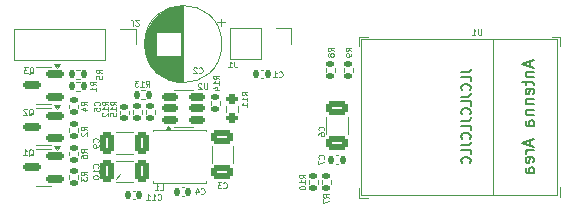
<source format=gbr>
%TF.GenerationSoftware,KiCad,Pcbnew,8.0.6*%
%TF.CreationDate,2024-11-27T12:45:58+01:00*%
%TF.ProjectId,Caffeinated-AFTONSPARV,43616666-6569-46e6-9174-65642d414654,rev?*%
%TF.SameCoordinates,Original*%
%TF.FileFunction,Legend,Bot*%
%TF.FilePolarity,Positive*%
%FSLAX46Y46*%
G04 Gerber Fmt 4.6, Leading zero omitted, Abs format (unit mm)*
G04 Created by KiCad (PCBNEW 8.0.6) date 2024-11-27 12:45:58*
%MOMM*%
%LPD*%
G01*
G04 APERTURE LIST*
G04 Aperture macros list*
%AMRoundRect*
0 Rectangle with rounded corners*
0 $1 Rounding radius*
0 $2 $3 $4 $5 $6 $7 $8 $9 X,Y pos of 4 corners*
0 Add a 4 corners polygon primitive as box body*
4,1,4,$2,$3,$4,$5,$6,$7,$8,$9,$2,$3,0*
0 Add four circle primitives for the rounded corners*
1,1,$1+$1,$2,$3*
1,1,$1+$1,$4,$5*
1,1,$1+$1,$6,$7*
1,1,$1+$1,$8,$9*
0 Add four rect primitives between the rounded corners*
20,1,$1+$1,$2,$3,$4,$5,0*
20,1,$1+$1,$4,$5,$6,$7,0*
20,1,$1+$1,$6,$7,$8,$9,0*
20,1,$1+$1,$8,$9,$2,$3,0*%
%AMFreePoly0*
4,1,6,0.725000,-0.725000,-0.125000,-0.725000,-0.725000,-0.125000,-0.725000,0.725000,0.725000,0.725000,0.725000,-0.725000,0.725000,-0.725000,$1*%
G04 Aperture macros list end*
%ADD10C,0.100000*%
%ADD11C,0.150000*%
%ADD12C,0.120000*%
%ADD13R,0.850000X0.850000*%
%ADD14O,0.850000X0.850000*%
%ADD15C,0.990600*%
%ADD16RoundRect,0.250000X0.325000X0.650000X-0.325000X0.650000X-0.325000X-0.650000X0.325000X-0.650000X0*%
%ADD17RoundRect,0.150000X0.587500X0.150000X-0.587500X0.150000X-0.587500X-0.150000X0.587500X-0.150000X0*%
%ADD18RoundRect,0.135000X-0.185000X0.135000X-0.185000X-0.135000X0.185000X-0.135000X0.185000X0.135000X0*%
%ADD19RoundRect,0.140000X-0.170000X0.140000X-0.170000X-0.140000X0.170000X-0.140000X0.170000X0.140000X0*%
%ADD20RoundRect,0.135000X-0.135000X-0.185000X0.135000X-0.185000X0.135000X0.185000X-0.135000X0.185000X0*%
%ADD21R,1.700000X1.700000*%
%ADD22O,1.700000X1.700000*%
%ADD23R,0.400000X0.800000*%
%ADD24R,0.800000X0.400000*%
%ADD25R,1.450000X1.450000*%
%ADD26FreePoly0,90.000000*%
%ADD27R,0.700000X0.700000*%
%ADD28RoundRect,0.250000X0.650000X-0.325000X0.650000X0.325000X-0.650000X0.325000X-0.650000X-0.325000X0*%
%ADD29RoundRect,0.140000X-0.140000X-0.170000X0.140000X-0.170000X0.140000X0.170000X-0.140000X0.170000X0*%
%ADD30RoundRect,0.135000X0.135000X0.185000X-0.135000X0.185000X-0.135000X-0.185000X0.135000X-0.185000X0*%
%ADD31RoundRect,0.200000X-0.275000X0.200000X-0.275000X-0.200000X0.275000X-0.200000X0.275000X0.200000X0*%
%ADD32R,1.100000X3.700000*%
%ADD33RoundRect,0.135000X0.185000X-0.135000X0.185000X0.135000X-0.185000X0.135000X-0.185000X-0.135000X0*%
%ADD34RoundRect,0.140000X0.140000X0.170000X-0.140000X0.170000X-0.140000X-0.170000X0.140000X-0.170000X0*%
%ADD35RoundRect,0.250000X-0.650000X0.325000X-0.650000X-0.325000X0.650000X-0.325000X0.650000X0.325000X0*%
%ADD36RoundRect,0.150000X-0.512500X-0.150000X0.512500X-0.150000X0.512500X0.150000X-0.512500X0.150000X0*%
%ADD37R,1.600000X1.600000*%
%ADD38C,1.600000*%
G04 APERTURE END LIST*
D10*
X9027500Y2893126D02*
X9372500Y3306874D01*
D11*
X38262295Y11895239D02*
X38833723Y11895239D01*
X38833723Y11895239D02*
X38948009Y11933334D01*
X38948009Y11933334D02*
X39024200Y12009525D01*
X39024200Y12009525D02*
X39062295Y12123810D01*
X39062295Y12123810D02*
X39062295Y12200001D01*
X39062295Y11133334D02*
X39062295Y11514286D01*
X39062295Y11514286D02*
X38262295Y11514286D01*
X38986104Y10409524D02*
X39024200Y10447620D01*
X39024200Y10447620D02*
X39062295Y10561905D01*
X39062295Y10561905D02*
X39062295Y10638096D01*
X39062295Y10638096D02*
X39024200Y10752382D01*
X39024200Y10752382D02*
X38948009Y10828572D01*
X38948009Y10828572D02*
X38871819Y10866667D01*
X38871819Y10866667D02*
X38719438Y10904763D01*
X38719438Y10904763D02*
X38605152Y10904763D01*
X38605152Y10904763D02*
X38452771Y10866667D01*
X38452771Y10866667D02*
X38376580Y10828572D01*
X38376580Y10828572D02*
X38300390Y10752382D01*
X38300390Y10752382D02*
X38262295Y10638096D01*
X38262295Y10638096D02*
X38262295Y10561905D01*
X38262295Y10561905D02*
X38300390Y10447620D01*
X38300390Y10447620D02*
X38338485Y10409524D01*
X38262295Y9838096D02*
X38833723Y9838096D01*
X38833723Y9838096D02*
X38948009Y9876191D01*
X38948009Y9876191D02*
X39024200Y9952382D01*
X39024200Y9952382D02*
X39062295Y10066667D01*
X39062295Y10066667D02*
X39062295Y10142858D01*
X39062295Y9076191D02*
X39062295Y9457143D01*
X39062295Y9457143D02*
X38262295Y9457143D01*
X38986104Y8352381D02*
X39024200Y8390477D01*
X39024200Y8390477D02*
X39062295Y8504762D01*
X39062295Y8504762D02*
X39062295Y8580953D01*
X39062295Y8580953D02*
X39024200Y8695239D01*
X39024200Y8695239D02*
X38948009Y8771429D01*
X38948009Y8771429D02*
X38871819Y8809524D01*
X38871819Y8809524D02*
X38719438Y8847620D01*
X38719438Y8847620D02*
X38605152Y8847620D01*
X38605152Y8847620D02*
X38452771Y8809524D01*
X38452771Y8809524D02*
X38376580Y8771429D01*
X38376580Y8771429D02*
X38300390Y8695239D01*
X38300390Y8695239D02*
X38262295Y8580953D01*
X38262295Y8580953D02*
X38262295Y8504762D01*
X38262295Y8504762D02*
X38300390Y8390477D01*
X38300390Y8390477D02*
X38338485Y8352381D01*
X38262295Y7780953D02*
X38833723Y7780953D01*
X38833723Y7780953D02*
X38948009Y7819048D01*
X38948009Y7819048D02*
X39024200Y7895239D01*
X39024200Y7895239D02*
X39062295Y8009524D01*
X39062295Y8009524D02*
X39062295Y8085715D01*
X39062295Y7019048D02*
X39062295Y7400000D01*
X39062295Y7400000D02*
X38262295Y7400000D01*
X38986104Y6295238D02*
X39024200Y6333334D01*
X39024200Y6333334D02*
X39062295Y6447619D01*
X39062295Y6447619D02*
X39062295Y6523810D01*
X39062295Y6523810D02*
X39024200Y6638096D01*
X39024200Y6638096D02*
X38948009Y6714286D01*
X38948009Y6714286D02*
X38871819Y6752381D01*
X38871819Y6752381D02*
X38719438Y6790477D01*
X38719438Y6790477D02*
X38605152Y6790477D01*
X38605152Y6790477D02*
X38452771Y6752381D01*
X38452771Y6752381D02*
X38376580Y6714286D01*
X38376580Y6714286D02*
X38300390Y6638096D01*
X38300390Y6638096D02*
X38262295Y6523810D01*
X38262295Y6523810D02*
X38262295Y6447619D01*
X38262295Y6447619D02*
X38300390Y6333334D01*
X38300390Y6333334D02*
X38338485Y6295238D01*
X38262295Y5723810D02*
X38833723Y5723810D01*
X38833723Y5723810D02*
X38948009Y5761905D01*
X38948009Y5761905D02*
X39024200Y5838096D01*
X39024200Y5838096D02*
X39062295Y5952381D01*
X39062295Y5952381D02*
X39062295Y6028572D01*
X39062295Y4961905D02*
X39062295Y5342857D01*
X39062295Y5342857D02*
X38262295Y5342857D01*
X38986104Y4238095D02*
X39024200Y4276191D01*
X39024200Y4276191D02*
X39062295Y4390476D01*
X39062295Y4390476D02*
X39062295Y4466667D01*
X39062295Y4466667D02*
X39024200Y4580953D01*
X39024200Y4580953D02*
X38948009Y4657143D01*
X38948009Y4657143D02*
X38871819Y4695238D01*
X38871819Y4695238D02*
X38719438Y4733334D01*
X38719438Y4733334D02*
X38605152Y4733334D01*
X38605152Y4733334D02*
X38452771Y4695238D01*
X38452771Y4695238D02*
X38376580Y4657143D01*
X38376580Y4657143D02*
X38300390Y4580953D01*
X38300390Y4580953D02*
X38262295Y4466667D01*
X38262295Y4466667D02*
X38262295Y4390476D01*
X38262295Y4390476D02*
X38300390Y4276191D01*
X38300390Y4276191D02*
X38338485Y4238095D01*
D10*
X7528490Y6008334D02*
X7552300Y6032143D01*
X7552300Y6032143D02*
X7576109Y6103572D01*
X7576109Y6103572D02*
X7576109Y6151191D01*
X7576109Y6151191D02*
X7552300Y6222619D01*
X7552300Y6222619D02*
X7504680Y6270238D01*
X7504680Y6270238D02*
X7457061Y6294048D01*
X7457061Y6294048D02*
X7361823Y6317857D01*
X7361823Y6317857D02*
X7290395Y6317857D01*
X7290395Y6317857D02*
X7195157Y6294048D01*
X7195157Y6294048D02*
X7147538Y6270238D01*
X7147538Y6270238D02*
X7099919Y6222619D01*
X7099919Y6222619D02*
X7076109Y6151191D01*
X7076109Y6151191D02*
X7076109Y6103572D01*
X7076109Y6103572D02*
X7099919Y6032143D01*
X7099919Y6032143D02*
X7123728Y6008334D01*
X7576109Y5770238D02*
X7576109Y5675000D01*
X7576109Y5675000D02*
X7552300Y5627381D01*
X7552300Y5627381D02*
X7528490Y5603572D01*
X7528490Y5603572D02*
X7457061Y5555953D01*
X7457061Y5555953D02*
X7361823Y5532143D01*
X7361823Y5532143D02*
X7171347Y5532143D01*
X7171347Y5532143D02*
X7123728Y5555953D01*
X7123728Y5555953D02*
X7099919Y5579762D01*
X7099919Y5579762D02*
X7076109Y5627381D01*
X7076109Y5627381D02*
X7076109Y5722619D01*
X7076109Y5722619D02*
X7099919Y5770238D01*
X7099919Y5770238D02*
X7123728Y5794048D01*
X7123728Y5794048D02*
X7171347Y5817857D01*
X7171347Y5817857D02*
X7290395Y5817857D01*
X7290395Y5817857D02*
X7338014Y5794048D01*
X7338014Y5794048D02*
X7361823Y5770238D01*
X7361823Y5770238D02*
X7385633Y5722619D01*
X7385633Y5722619D02*
X7385633Y5627381D01*
X7385633Y5627381D02*
X7361823Y5579762D01*
X7361823Y5579762D02*
X7338014Y5555953D01*
X7338014Y5555953D02*
X7290395Y5532143D01*
X1647619Y8276272D02*
X1695238Y8300081D01*
X1695238Y8300081D02*
X1742857Y8347700D01*
X1742857Y8347700D02*
X1814285Y8419129D01*
X1814285Y8419129D02*
X1861904Y8442939D01*
X1861904Y8442939D02*
X1909523Y8442939D01*
X1885714Y8323891D02*
X1933333Y8347700D01*
X1933333Y8347700D02*
X1980952Y8395320D01*
X1980952Y8395320D02*
X2004761Y8490558D01*
X2004761Y8490558D02*
X2004761Y8657224D01*
X2004761Y8657224D02*
X1980952Y8752462D01*
X1980952Y8752462D02*
X1933333Y8800081D01*
X1933333Y8800081D02*
X1885714Y8823891D01*
X1885714Y8823891D02*
X1790476Y8823891D01*
X1790476Y8823891D02*
X1742857Y8800081D01*
X1742857Y8800081D02*
X1695238Y8752462D01*
X1695238Y8752462D02*
X1671428Y8657224D01*
X1671428Y8657224D02*
X1671428Y8490558D01*
X1671428Y8490558D02*
X1695238Y8395320D01*
X1695238Y8395320D02*
X1742857Y8347700D01*
X1742857Y8347700D02*
X1790476Y8323891D01*
X1790476Y8323891D02*
X1885714Y8323891D01*
X1480951Y8776272D02*
X1457142Y8800081D01*
X1457142Y8800081D02*
X1409523Y8823891D01*
X1409523Y8823891D02*
X1290475Y8823891D01*
X1290475Y8823891D02*
X1242856Y8800081D01*
X1242856Y8800081D02*
X1219047Y8776272D01*
X1219047Y8776272D02*
X1195237Y8728653D01*
X1195237Y8728653D02*
X1195237Y8681034D01*
X1195237Y8681034D02*
X1219047Y8609605D01*
X1219047Y8609605D02*
X1504761Y8323891D01*
X1504761Y8323891D02*
X1195237Y8323891D01*
X27076109Y1308334D02*
X26838014Y1475000D01*
X27076109Y1594048D02*
X26576109Y1594048D01*
X26576109Y1594048D02*
X26576109Y1403572D01*
X26576109Y1403572D02*
X26599919Y1355953D01*
X26599919Y1355953D02*
X26623728Y1332143D01*
X26623728Y1332143D02*
X26671347Y1308334D01*
X26671347Y1308334D02*
X26742776Y1308334D01*
X26742776Y1308334D02*
X26790395Y1332143D01*
X26790395Y1332143D02*
X26814204Y1355953D01*
X26814204Y1355953D02*
X26838014Y1403572D01*
X26838014Y1403572D02*
X26838014Y1594048D01*
X26576109Y1141667D02*
X26576109Y808334D01*
X26576109Y808334D02*
X27076109Y1022619D01*
X7628490Y9108334D02*
X7652300Y9132143D01*
X7652300Y9132143D02*
X7676109Y9203572D01*
X7676109Y9203572D02*
X7676109Y9251191D01*
X7676109Y9251191D02*
X7652300Y9322619D01*
X7652300Y9322619D02*
X7604680Y9370238D01*
X7604680Y9370238D02*
X7557061Y9394048D01*
X7557061Y9394048D02*
X7461823Y9417857D01*
X7461823Y9417857D02*
X7390395Y9417857D01*
X7390395Y9417857D02*
X7295157Y9394048D01*
X7295157Y9394048D02*
X7247538Y9370238D01*
X7247538Y9370238D02*
X7199919Y9322619D01*
X7199919Y9322619D02*
X7176109Y9251191D01*
X7176109Y9251191D02*
X7176109Y9203572D01*
X7176109Y9203572D02*
X7199919Y9132143D01*
X7199919Y9132143D02*
X7223728Y9108334D01*
X7176109Y8655953D02*
X7176109Y8894048D01*
X7176109Y8894048D02*
X7414204Y8917857D01*
X7414204Y8917857D02*
X7390395Y8894048D01*
X7390395Y8894048D02*
X7366585Y8846429D01*
X7366585Y8846429D02*
X7366585Y8727381D01*
X7366585Y8727381D02*
X7390395Y8679762D01*
X7390395Y8679762D02*
X7414204Y8655953D01*
X7414204Y8655953D02*
X7461823Y8632143D01*
X7461823Y8632143D02*
X7580871Y8632143D01*
X7580871Y8632143D02*
X7628490Y8655953D01*
X7628490Y8655953D02*
X7652300Y8679762D01*
X7652300Y8679762D02*
X7676109Y8727381D01*
X7676109Y8727381D02*
X7676109Y8846429D01*
X7676109Y8846429D02*
X7652300Y8894048D01*
X7652300Y8894048D02*
X7628490Y8917857D01*
X11571428Y10698891D02*
X11738094Y10936986D01*
X11857142Y10698891D02*
X11857142Y11198891D01*
X11857142Y11198891D02*
X11666666Y11198891D01*
X11666666Y11198891D02*
X11619047Y11175081D01*
X11619047Y11175081D02*
X11595237Y11151272D01*
X11595237Y11151272D02*
X11571428Y11103653D01*
X11571428Y11103653D02*
X11571428Y11032224D01*
X11571428Y11032224D02*
X11595237Y10984605D01*
X11595237Y10984605D02*
X11619047Y10960796D01*
X11619047Y10960796D02*
X11666666Y10936986D01*
X11666666Y10936986D02*
X11857142Y10936986D01*
X11095237Y10698891D02*
X11380951Y10698891D01*
X11238094Y10698891D02*
X11238094Y11198891D01*
X11238094Y11198891D02*
X11285713Y11127462D01*
X11285713Y11127462D02*
X11333332Y11079843D01*
X11333332Y11079843D02*
X11380951Y11056034D01*
X10928571Y11198891D02*
X10619047Y11198891D01*
X10619047Y11198891D02*
X10785714Y11008415D01*
X10785714Y11008415D02*
X10714285Y11008415D01*
X10714285Y11008415D02*
X10666666Y10984605D01*
X10666666Y10984605D02*
X10642857Y10960796D01*
X10642857Y10960796D02*
X10619047Y10913177D01*
X10619047Y10913177D02*
X10619047Y10794129D01*
X10619047Y10794129D02*
X10642857Y10746510D01*
X10642857Y10746510D02*
X10666666Y10722700D01*
X10666666Y10722700D02*
X10714285Y10698891D01*
X10714285Y10698891D02*
X10857142Y10698891D01*
X10857142Y10698891D02*
X10904761Y10722700D01*
X10904761Y10722700D02*
X10928571Y10746510D01*
X10473333Y15826110D02*
X10473333Y16183253D01*
X10473333Y16183253D02*
X10449524Y16254681D01*
X10449524Y16254681D02*
X10401905Y16302300D01*
X10401905Y16302300D02*
X10330476Y16326110D01*
X10330476Y16326110D02*
X10282857Y16326110D01*
X10687619Y15873729D02*
X10711428Y15849920D01*
X10711428Y15849920D02*
X10759047Y15826110D01*
X10759047Y15826110D02*
X10878095Y15826110D01*
X10878095Y15826110D02*
X10925714Y15849920D01*
X10925714Y15849920D02*
X10949523Y15873729D01*
X10949523Y15873729D02*
X10973333Y15921348D01*
X10973333Y15921348D02*
X10973333Y15968967D01*
X10973333Y15968967D02*
X10949523Y16040396D01*
X10949523Y16040396D02*
X10663809Y16326110D01*
X10663809Y16326110D02*
X10973333Y16326110D01*
X39980952Y15573891D02*
X39980952Y15169129D01*
X39980952Y15169129D02*
X39957142Y15121510D01*
X39957142Y15121510D02*
X39933333Y15097700D01*
X39933333Y15097700D02*
X39885714Y15073891D01*
X39885714Y15073891D02*
X39790476Y15073891D01*
X39790476Y15073891D02*
X39742857Y15097700D01*
X39742857Y15097700D02*
X39719047Y15121510D01*
X39719047Y15121510D02*
X39695238Y15169129D01*
X39695238Y15169129D02*
X39695238Y15573891D01*
X39195237Y15073891D02*
X39480951Y15073891D01*
X39338094Y15073891D02*
X39338094Y15573891D01*
X39338094Y15573891D02*
X39385713Y15502462D01*
X39385713Y15502462D02*
X39433332Y15454843D01*
X39433332Y15454843D02*
X39480951Y15431034D01*
D11*
X44119104Y12861906D02*
X44119104Y12385716D01*
X44404819Y12957144D02*
X43404819Y12623811D01*
X43404819Y12623811D02*
X44404819Y12290478D01*
X43738152Y11957144D02*
X44404819Y11957144D01*
X43833390Y11957144D02*
X43785771Y11909525D01*
X43785771Y11909525D02*
X43738152Y11814287D01*
X43738152Y11814287D02*
X43738152Y11671430D01*
X43738152Y11671430D02*
X43785771Y11576192D01*
X43785771Y11576192D02*
X43881009Y11528573D01*
X43881009Y11528573D02*
X44404819Y11528573D01*
X43738152Y11195239D02*
X43738152Y10814287D01*
X43404819Y11052382D02*
X44261961Y11052382D01*
X44261961Y11052382D02*
X44357200Y11004763D01*
X44357200Y11004763D02*
X44404819Y10909525D01*
X44404819Y10909525D02*
X44404819Y10814287D01*
X44357200Y10100001D02*
X44404819Y10195239D01*
X44404819Y10195239D02*
X44404819Y10385715D01*
X44404819Y10385715D02*
X44357200Y10480953D01*
X44357200Y10480953D02*
X44261961Y10528572D01*
X44261961Y10528572D02*
X43881009Y10528572D01*
X43881009Y10528572D02*
X43785771Y10480953D01*
X43785771Y10480953D02*
X43738152Y10385715D01*
X43738152Y10385715D02*
X43738152Y10195239D01*
X43738152Y10195239D02*
X43785771Y10100001D01*
X43785771Y10100001D02*
X43881009Y10052382D01*
X43881009Y10052382D02*
X43976247Y10052382D01*
X43976247Y10052382D02*
X44071485Y10528572D01*
X43738152Y9623810D02*
X44404819Y9623810D01*
X43833390Y9623810D02*
X43785771Y9576191D01*
X43785771Y9576191D02*
X43738152Y9480953D01*
X43738152Y9480953D02*
X43738152Y9338096D01*
X43738152Y9338096D02*
X43785771Y9242858D01*
X43785771Y9242858D02*
X43881009Y9195239D01*
X43881009Y9195239D02*
X44404819Y9195239D01*
X43738152Y8719048D02*
X44404819Y8719048D01*
X43833390Y8719048D02*
X43785771Y8671429D01*
X43785771Y8671429D02*
X43738152Y8576191D01*
X43738152Y8576191D02*
X43738152Y8433334D01*
X43738152Y8433334D02*
X43785771Y8338096D01*
X43785771Y8338096D02*
X43881009Y8290477D01*
X43881009Y8290477D02*
X44404819Y8290477D01*
X44404819Y7385715D02*
X43881009Y7385715D01*
X43881009Y7385715D02*
X43785771Y7433334D01*
X43785771Y7433334D02*
X43738152Y7528572D01*
X43738152Y7528572D02*
X43738152Y7719048D01*
X43738152Y7719048D02*
X43785771Y7814286D01*
X44357200Y7385715D02*
X44404819Y7480953D01*
X44404819Y7480953D02*
X44404819Y7719048D01*
X44404819Y7719048D02*
X44357200Y7814286D01*
X44357200Y7814286D02*
X44261961Y7861905D01*
X44261961Y7861905D02*
X44166723Y7861905D01*
X44166723Y7861905D02*
X44071485Y7814286D01*
X44071485Y7814286D02*
X44023866Y7719048D01*
X44023866Y7719048D02*
X44023866Y7480953D01*
X44023866Y7480953D02*
X43976247Y7385715D01*
X44119104Y6195238D02*
X44119104Y5719048D01*
X44404819Y6290476D02*
X43404819Y5957143D01*
X43404819Y5957143D02*
X44404819Y5623810D01*
X44404819Y5290476D02*
X43738152Y5290476D01*
X43928628Y5290476D02*
X43833390Y5242857D01*
X43833390Y5242857D02*
X43785771Y5195238D01*
X43785771Y5195238D02*
X43738152Y5100000D01*
X43738152Y5100000D02*
X43738152Y5004762D01*
X44357200Y4290476D02*
X44404819Y4385714D01*
X44404819Y4385714D02*
X44404819Y4576190D01*
X44404819Y4576190D02*
X44357200Y4671428D01*
X44357200Y4671428D02*
X44261961Y4719047D01*
X44261961Y4719047D02*
X43881009Y4719047D01*
X43881009Y4719047D02*
X43785771Y4671428D01*
X43785771Y4671428D02*
X43738152Y4576190D01*
X43738152Y4576190D02*
X43738152Y4385714D01*
X43738152Y4385714D02*
X43785771Y4290476D01*
X43785771Y4290476D02*
X43881009Y4242857D01*
X43881009Y4242857D02*
X43976247Y4242857D01*
X43976247Y4242857D02*
X44071485Y4719047D01*
X44404819Y3385714D02*
X43881009Y3385714D01*
X43881009Y3385714D02*
X43785771Y3433333D01*
X43785771Y3433333D02*
X43738152Y3528571D01*
X43738152Y3528571D02*
X43738152Y3719047D01*
X43738152Y3719047D02*
X43785771Y3814285D01*
X44357200Y3385714D02*
X44404819Y3480952D01*
X44404819Y3480952D02*
X44404819Y3719047D01*
X44404819Y3719047D02*
X44357200Y3814285D01*
X44357200Y3814285D02*
X44261961Y3861904D01*
X44261961Y3861904D02*
X44166723Y3861904D01*
X44166723Y3861904D02*
X44071485Y3814285D01*
X44071485Y3814285D02*
X44023866Y3719047D01*
X44023866Y3719047D02*
X44023866Y3480952D01*
X44023866Y3480952D02*
X43976247Y3385714D01*
D10*
X27476109Y13708334D02*
X27238014Y13875000D01*
X27476109Y13994048D02*
X26976109Y13994048D01*
X26976109Y13994048D02*
X26976109Y13803572D01*
X26976109Y13803572D02*
X26999919Y13755953D01*
X26999919Y13755953D02*
X27023728Y13732143D01*
X27023728Y13732143D02*
X27071347Y13708334D01*
X27071347Y13708334D02*
X27142776Y13708334D01*
X27142776Y13708334D02*
X27190395Y13732143D01*
X27190395Y13732143D02*
X27214204Y13755953D01*
X27214204Y13755953D02*
X27238014Y13803572D01*
X27238014Y13803572D02*
X27238014Y13994048D01*
X27190395Y13422619D02*
X27166585Y13470238D01*
X27166585Y13470238D02*
X27142776Y13494048D01*
X27142776Y13494048D02*
X27095157Y13517857D01*
X27095157Y13517857D02*
X27071347Y13517857D01*
X27071347Y13517857D02*
X27023728Y13494048D01*
X27023728Y13494048D02*
X26999919Y13470238D01*
X26999919Y13470238D02*
X26976109Y13422619D01*
X26976109Y13422619D02*
X26976109Y13327381D01*
X26976109Y13327381D02*
X26999919Y13279762D01*
X26999919Y13279762D02*
X27023728Y13255953D01*
X27023728Y13255953D02*
X27071347Y13232143D01*
X27071347Y13232143D02*
X27095157Y13232143D01*
X27095157Y13232143D02*
X27142776Y13255953D01*
X27142776Y13255953D02*
X27166585Y13279762D01*
X27166585Y13279762D02*
X27190395Y13327381D01*
X27190395Y13327381D02*
X27190395Y13422619D01*
X27190395Y13422619D02*
X27214204Y13470238D01*
X27214204Y13470238D02*
X27238014Y13494048D01*
X27238014Y13494048D02*
X27285633Y13517857D01*
X27285633Y13517857D02*
X27380871Y13517857D01*
X27380871Y13517857D02*
X27428490Y13494048D01*
X27428490Y13494048D02*
X27452300Y13470238D01*
X27452300Y13470238D02*
X27476109Y13422619D01*
X27476109Y13422619D02*
X27476109Y13327381D01*
X27476109Y13327381D02*
X27452300Y13279762D01*
X27452300Y13279762D02*
X27428490Y13255953D01*
X27428490Y13255953D02*
X27380871Y13232143D01*
X27380871Y13232143D02*
X27285633Y13232143D01*
X27285633Y13232143D02*
X27238014Y13255953D01*
X27238014Y13255953D02*
X27214204Y13279762D01*
X27214204Y13279762D02*
X27190395Y13327381D01*
X6576109Y3208334D02*
X6338014Y3375000D01*
X6576109Y3494048D02*
X6076109Y3494048D01*
X6076109Y3494048D02*
X6076109Y3303572D01*
X6076109Y3303572D02*
X6099919Y3255953D01*
X6099919Y3255953D02*
X6123728Y3232143D01*
X6123728Y3232143D02*
X6171347Y3208334D01*
X6171347Y3208334D02*
X6242776Y3208334D01*
X6242776Y3208334D02*
X6290395Y3232143D01*
X6290395Y3232143D02*
X6314204Y3255953D01*
X6314204Y3255953D02*
X6338014Y3303572D01*
X6338014Y3303572D02*
X6338014Y3494048D01*
X6076109Y3041667D02*
X6076109Y2732143D01*
X6076109Y2732143D02*
X6266585Y2898810D01*
X6266585Y2898810D02*
X6266585Y2827381D01*
X6266585Y2827381D02*
X6290395Y2779762D01*
X6290395Y2779762D02*
X6314204Y2755953D01*
X6314204Y2755953D02*
X6361823Y2732143D01*
X6361823Y2732143D02*
X6480871Y2732143D01*
X6480871Y2732143D02*
X6528490Y2755953D01*
X6528490Y2755953D02*
X6552300Y2779762D01*
X6552300Y2779762D02*
X6576109Y2827381D01*
X6576109Y2827381D02*
X6576109Y2970238D01*
X6576109Y2970238D02*
X6552300Y3017857D01*
X6552300Y3017857D02*
X6528490Y3041667D01*
X26628490Y7008334D02*
X26652300Y7032143D01*
X26652300Y7032143D02*
X26676109Y7103572D01*
X26676109Y7103572D02*
X26676109Y7151191D01*
X26676109Y7151191D02*
X26652300Y7222619D01*
X26652300Y7222619D02*
X26604680Y7270238D01*
X26604680Y7270238D02*
X26557061Y7294048D01*
X26557061Y7294048D02*
X26461823Y7317857D01*
X26461823Y7317857D02*
X26390395Y7317857D01*
X26390395Y7317857D02*
X26295157Y7294048D01*
X26295157Y7294048D02*
X26247538Y7270238D01*
X26247538Y7270238D02*
X26199919Y7222619D01*
X26199919Y7222619D02*
X26176109Y7151191D01*
X26176109Y7151191D02*
X26176109Y7103572D01*
X26176109Y7103572D02*
X26199919Y7032143D01*
X26199919Y7032143D02*
X26223728Y7008334D01*
X26176109Y6579762D02*
X26176109Y6675000D01*
X26176109Y6675000D02*
X26199919Y6722619D01*
X26199919Y6722619D02*
X26223728Y6746429D01*
X26223728Y6746429D02*
X26295157Y6794048D01*
X26295157Y6794048D02*
X26390395Y6817857D01*
X26390395Y6817857D02*
X26580871Y6817857D01*
X26580871Y6817857D02*
X26628490Y6794048D01*
X26628490Y6794048D02*
X26652300Y6770238D01*
X26652300Y6770238D02*
X26676109Y6722619D01*
X26676109Y6722619D02*
X26676109Y6627381D01*
X26676109Y6627381D02*
X26652300Y6579762D01*
X26652300Y6579762D02*
X26628490Y6555953D01*
X26628490Y6555953D02*
X26580871Y6532143D01*
X26580871Y6532143D02*
X26461823Y6532143D01*
X26461823Y6532143D02*
X26414204Y6555953D01*
X26414204Y6555953D02*
X26390395Y6579762D01*
X26390395Y6579762D02*
X26366585Y6627381D01*
X26366585Y6627381D02*
X26366585Y6722619D01*
X26366585Y6722619D02*
X26390395Y6770238D01*
X26390395Y6770238D02*
X26414204Y6794048D01*
X26414204Y6794048D02*
X26461823Y6817857D01*
X28976109Y13708334D02*
X28738014Y13875000D01*
X28976109Y13994048D02*
X28476109Y13994048D01*
X28476109Y13994048D02*
X28476109Y13803572D01*
X28476109Y13803572D02*
X28499919Y13755953D01*
X28499919Y13755953D02*
X28523728Y13732143D01*
X28523728Y13732143D02*
X28571347Y13708334D01*
X28571347Y13708334D02*
X28642776Y13708334D01*
X28642776Y13708334D02*
X28690395Y13732143D01*
X28690395Y13732143D02*
X28714204Y13755953D01*
X28714204Y13755953D02*
X28738014Y13803572D01*
X28738014Y13803572D02*
X28738014Y13994048D01*
X28976109Y13470238D02*
X28976109Y13375000D01*
X28976109Y13375000D02*
X28952300Y13327381D01*
X28952300Y13327381D02*
X28928490Y13303572D01*
X28928490Y13303572D02*
X28857061Y13255953D01*
X28857061Y13255953D02*
X28761823Y13232143D01*
X28761823Y13232143D02*
X28571347Y13232143D01*
X28571347Y13232143D02*
X28523728Y13255953D01*
X28523728Y13255953D02*
X28499919Y13279762D01*
X28499919Y13279762D02*
X28476109Y13327381D01*
X28476109Y13327381D02*
X28476109Y13422619D01*
X28476109Y13422619D02*
X28499919Y13470238D01*
X28499919Y13470238D02*
X28523728Y13494048D01*
X28523728Y13494048D02*
X28571347Y13517857D01*
X28571347Y13517857D02*
X28690395Y13517857D01*
X28690395Y13517857D02*
X28738014Y13494048D01*
X28738014Y13494048D02*
X28761823Y13470238D01*
X28761823Y13470238D02*
X28785633Y13422619D01*
X28785633Y13422619D02*
X28785633Y13327381D01*
X28785633Y13327381D02*
X28761823Y13279762D01*
X28761823Y13279762D02*
X28738014Y13255953D01*
X28738014Y13255953D02*
X28690395Y13232143D01*
X26628490Y4608334D02*
X26652300Y4632143D01*
X26652300Y4632143D02*
X26676109Y4703572D01*
X26676109Y4703572D02*
X26676109Y4751191D01*
X26676109Y4751191D02*
X26652300Y4822619D01*
X26652300Y4822619D02*
X26604680Y4870238D01*
X26604680Y4870238D02*
X26557061Y4894048D01*
X26557061Y4894048D02*
X26461823Y4917857D01*
X26461823Y4917857D02*
X26390395Y4917857D01*
X26390395Y4917857D02*
X26295157Y4894048D01*
X26295157Y4894048D02*
X26247538Y4870238D01*
X26247538Y4870238D02*
X26199919Y4822619D01*
X26199919Y4822619D02*
X26176109Y4751191D01*
X26176109Y4751191D02*
X26176109Y4703572D01*
X26176109Y4703572D02*
X26199919Y4632143D01*
X26199919Y4632143D02*
X26223728Y4608334D01*
X26176109Y4441667D02*
X26176109Y4108334D01*
X26176109Y4108334D02*
X26676109Y4322619D01*
X7876109Y11808334D02*
X7638014Y11975000D01*
X7876109Y12094048D02*
X7376109Y12094048D01*
X7376109Y12094048D02*
X7376109Y11903572D01*
X7376109Y11903572D02*
X7399919Y11855953D01*
X7399919Y11855953D02*
X7423728Y11832143D01*
X7423728Y11832143D02*
X7471347Y11808334D01*
X7471347Y11808334D02*
X7542776Y11808334D01*
X7542776Y11808334D02*
X7590395Y11832143D01*
X7590395Y11832143D02*
X7614204Y11855953D01*
X7614204Y11855953D02*
X7638014Y11903572D01*
X7638014Y11903572D02*
X7638014Y12094048D01*
X7376109Y11355953D02*
X7376109Y11594048D01*
X7376109Y11594048D02*
X7614204Y11617857D01*
X7614204Y11617857D02*
X7590395Y11594048D01*
X7590395Y11594048D02*
X7566585Y11546429D01*
X7566585Y11546429D02*
X7566585Y11427381D01*
X7566585Y11427381D02*
X7590395Y11379762D01*
X7590395Y11379762D02*
X7614204Y11355953D01*
X7614204Y11355953D02*
X7661823Y11332143D01*
X7661823Y11332143D02*
X7780871Y11332143D01*
X7780871Y11332143D02*
X7828490Y11355953D01*
X7828490Y11355953D02*
X7852300Y11379762D01*
X7852300Y11379762D02*
X7876109Y11427381D01*
X7876109Y11427381D02*
X7876109Y11546429D01*
X7876109Y11546429D02*
X7852300Y11594048D01*
X7852300Y11594048D02*
X7828490Y11617857D01*
X20176109Y9946429D02*
X19938014Y10113095D01*
X20176109Y10232143D02*
X19676109Y10232143D01*
X19676109Y10232143D02*
X19676109Y10041667D01*
X19676109Y10041667D02*
X19699919Y9994048D01*
X19699919Y9994048D02*
X19723728Y9970238D01*
X19723728Y9970238D02*
X19771347Y9946429D01*
X19771347Y9946429D02*
X19842776Y9946429D01*
X19842776Y9946429D02*
X19890395Y9970238D01*
X19890395Y9970238D02*
X19914204Y9994048D01*
X19914204Y9994048D02*
X19938014Y10041667D01*
X19938014Y10041667D02*
X19938014Y10232143D01*
X20176109Y9470238D02*
X20176109Y9755952D01*
X20176109Y9613095D02*
X19676109Y9613095D01*
X19676109Y9613095D02*
X19747538Y9660714D01*
X19747538Y9660714D02*
X19795157Y9708333D01*
X19795157Y9708333D02*
X19818966Y9755952D01*
X20176109Y8994048D02*
X20176109Y9279762D01*
X20176109Y9136905D02*
X19676109Y9136905D01*
X19676109Y9136905D02*
X19747538Y9184524D01*
X19747538Y9184524D02*
X19795157Y9232143D01*
X19795157Y9232143D02*
X19818966Y9279762D01*
X6576109Y7008334D02*
X6338014Y7175000D01*
X6576109Y7294048D02*
X6076109Y7294048D01*
X6076109Y7294048D02*
X6076109Y7103572D01*
X6076109Y7103572D02*
X6099919Y7055953D01*
X6099919Y7055953D02*
X6123728Y7032143D01*
X6123728Y7032143D02*
X6171347Y7008334D01*
X6171347Y7008334D02*
X6242776Y7008334D01*
X6242776Y7008334D02*
X6290395Y7032143D01*
X6290395Y7032143D02*
X6314204Y7055953D01*
X6314204Y7055953D02*
X6338014Y7103572D01*
X6338014Y7103572D02*
X6338014Y7294048D01*
X6123728Y6817857D02*
X6099919Y6794048D01*
X6099919Y6794048D02*
X6076109Y6746429D01*
X6076109Y6746429D02*
X6076109Y6627381D01*
X6076109Y6627381D02*
X6099919Y6579762D01*
X6099919Y6579762D02*
X6123728Y6555953D01*
X6123728Y6555953D02*
X6171347Y6532143D01*
X6171347Y6532143D02*
X6218966Y6532143D01*
X6218966Y6532143D02*
X6290395Y6555953D01*
X6290395Y6555953D02*
X6576109Y6841667D01*
X6576109Y6841667D02*
X6576109Y6532143D01*
X7376109Y10808334D02*
X7138014Y10975000D01*
X7376109Y11094048D02*
X6876109Y11094048D01*
X6876109Y11094048D02*
X6876109Y10903572D01*
X6876109Y10903572D02*
X6899919Y10855953D01*
X6899919Y10855953D02*
X6923728Y10832143D01*
X6923728Y10832143D02*
X6971347Y10808334D01*
X6971347Y10808334D02*
X7042776Y10808334D01*
X7042776Y10808334D02*
X7090395Y10832143D01*
X7090395Y10832143D02*
X7114204Y10855953D01*
X7114204Y10855953D02*
X7138014Y10903572D01*
X7138014Y10903572D02*
X7138014Y11094048D01*
X7376109Y10332143D02*
X7376109Y10617857D01*
X7376109Y10475000D02*
X6876109Y10475000D01*
X6876109Y10475000D02*
X6947538Y10522619D01*
X6947538Y10522619D02*
X6995157Y10570238D01*
X6995157Y10570238D02*
X7018966Y10617857D01*
X19066666Y12823891D02*
X19066666Y12466748D01*
X19066666Y12466748D02*
X19090475Y12395320D01*
X19090475Y12395320D02*
X19138094Y12347700D01*
X19138094Y12347700D02*
X19209523Y12323891D01*
X19209523Y12323891D02*
X19257142Y12323891D01*
X18566666Y12323891D02*
X18852380Y12323891D01*
X18709523Y12323891D02*
X18709523Y12823891D01*
X18709523Y12823891D02*
X18757142Y12752462D01*
X18757142Y12752462D02*
X18804761Y12704843D01*
X18804761Y12704843D02*
X18852380Y12681034D01*
X12783333Y1923891D02*
X13021428Y1923891D01*
X13021428Y1923891D02*
X13021428Y2423891D01*
X12354761Y1923891D02*
X12640475Y1923891D01*
X12497618Y1923891D02*
X12497618Y2423891D01*
X12497618Y2423891D02*
X12545237Y2352462D01*
X12545237Y2352462D02*
X12592856Y2304843D01*
X12592856Y2304843D02*
X12640475Y2281034D01*
X17776109Y11346429D02*
X17538014Y11513095D01*
X17776109Y11632143D02*
X17276109Y11632143D01*
X17276109Y11632143D02*
X17276109Y11441667D01*
X17276109Y11441667D02*
X17299919Y11394048D01*
X17299919Y11394048D02*
X17323728Y11370238D01*
X17323728Y11370238D02*
X17371347Y11346429D01*
X17371347Y11346429D02*
X17442776Y11346429D01*
X17442776Y11346429D02*
X17490395Y11370238D01*
X17490395Y11370238D02*
X17514204Y11394048D01*
X17514204Y11394048D02*
X17538014Y11441667D01*
X17538014Y11441667D02*
X17538014Y11632143D01*
X17776109Y10870238D02*
X17776109Y11155952D01*
X17776109Y11013095D02*
X17276109Y11013095D01*
X17276109Y11013095D02*
X17347538Y11060714D01*
X17347538Y11060714D02*
X17395157Y11108333D01*
X17395157Y11108333D02*
X17418966Y11155952D01*
X17442776Y10441667D02*
X17776109Y10441667D01*
X17252300Y10560715D02*
X17609442Y10679762D01*
X17609442Y10679762D02*
X17609442Y10370239D01*
X16233333Y1646510D02*
X16257142Y1622700D01*
X16257142Y1622700D02*
X16328571Y1598891D01*
X16328571Y1598891D02*
X16376190Y1598891D01*
X16376190Y1598891D02*
X16447618Y1622700D01*
X16447618Y1622700D02*
X16495237Y1670320D01*
X16495237Y1670320D02*
X16519047Y1717939D01*
X16519047Y1717939D02*
X16542856Y1813177D01*
X16542856Y1813177D02*
X16542856Y1884605D01*
X16542856Y1884605D02*
X16519047Y1979843D01*
X16519047Y1979843D02*
X16495237Y2027462D01*
X16495237Y2027462D02*
X16447618Y2075081D01*
X16447618Y2075081D02*
X16376190Y2098891D01*
X16376190Y2098891D02*
X16328571Y2098891D01*
X16328571Y2098891D02*
X16257142Y2075081D01*
X16257142Y2075081D02*
X16233333Y2051272D01*
X15804761Y1932224D02*
X15804761Y1598891D01*
X15923809Y2122700D02*
X16042856Y1765558D01*
X16042856Y1765558D02*
X15733333Y1765558D01*
X6576109Y9108334D02*
X6338014Y9275000D01*
X6576109Y9394048D02*
X6076109Y9394048D01*
X6076109Y9394048D02*
X6076109Y9203572D01*
X6076109Y9203572D02*
X6099919Y9155953D01*
X6099919Y9155953D02*
X6123728Y9132143D01*
X6123728Y9132143D02*
X6171347Y9108334D01*
X6171347Y9108334D02*
X6242776Y9108334D01*
X6242776Y9108334D02*
X6290395Y9132143D01*
X6290395Y9132143D02*
X6314204Y9155953D01*
X6314204Y9155953D02*
X6338014Y9203572D01*
X6338014Y9203572D02*
X6338014Y9394048D01*
X6242776Y8679762D02*
X6576109Y8679762D01*
X6052300Y8798810D02*
X6409442Y8917857D01*
X6409442Y8917857D02*
X6409442Y8608334D01*
X18133333Y2146510D02*
X18157142Y2122700D01*
X18157142Y2122700D02*
X18228571Y2098891D01*
X18228571Y2098891D02*
X18276190Y2098891D01*
X18276190Y2098891D02*
X18347618Y2122700D01*
X18347618Y2122700D02*
X18395237Y2170320D01*
X18395237Y2170320D02*
X18419047Y2217939D01*
X18419047Y2217939D02*
X18442856Y2313177D01*
X18442856Y2313177D02*
X18442856Y2384605D01*
X18442856Y2384605D02*
X18419047Y2479843D01*
X18419047Y2479843D02*
X18395237Y2527462D01*
X18395237Y2527462D02*
X18347618Y2575081D01*
X18347618Y2575081D02*
X18276190Y2598891D01*
X18276190Y2598891D02*
X18228571Y2598891D01*
X18228571Y2598891D02*
X18157142Y2575081D01*
X18157142Y2575081D02*
X18133333Y2551272D01*
X17966666Y2598891D02*
X17657142Y2598891D01*
X17657142Y2598891D02*
X17823809Y2408415D01*
X17823809Y2408415D02*
X17752380Y2408415D01*
X17752380Y2408415D02*
X17704761Y2384605D01*
X17704761Y2384605D02*
X17680952Y2360796D01*
X17680952Y2360796D02*
X17657142Y2313177D01*
X17657142Y2313177D02*
X17657142Y2194129D01*
X17657142Y2194129D02*
X17680952Y2146510D01*
X17680952Y2146510D02*
X17704761Y2122700D01*
X17704761Y2122700D02*
X17752380Y2098891D01*
X17752380Y2098891D02*
X17895237Y2098891D01*
X17895237Y2098891D02*
X17942856Y2122700D01*
X17942856Y2122700D02*
X17966666Y2146510D01*
X1697619Y11776272D02*
X1745238Y11800081D01*
X1745238Y11800081D02*
X1792857Y11847700D01*
X1792857Y11847700D02*
X1864285Y11919129D01*
X1864285Y11919129D02*
X1911904Y11942939D01*
X1911904Y11942939D02*
X1959523Y11942939D01*
X1935714Y11823891D02*
X1983333Y11847700D01*
X1983333Y11847700D02*
X2030952Y11895320D01*
X2030952Y11895320D02*
X2054761Y11990558D01*
X2054761Y11990558D02*
X2054761Y12157224D01*
X2054761Y12157224D02*
X2030952Y12252462D01*
X2030952Y12252462D02*
X1983333Y12300081D01*
X1983333Y12300081D02*
X1935714Y12323891D01*
X1935714Y12323891D02*
X1840476Y12323891D01*
X1840476Y12323891D02*
X1792857Y12300081D01*
X1792857Y12300081D02*
X1745238Y12252462D01*
X1745238Y12252462D02*
X1721428Y12157224D01*
X1721428Y12157224D02*
X1721428Y11990558D01*
X1721428Y11990558D02*
X1745238Y11895320D01*
X1745238Y11895320D02*
X1792857Y11847700D01*
X1792857Y11847700D02*
X1840476Y11823891D01*
X1840476Y11823891D02*
X1935714Y11823891D01*
X1554761Y12323891D02*
X1245237Y12323891D01*
X1245237Y12323891D02*
X1411904Y12133415D01*
X1411904Y12133415D02*
X1340475Y12133415D01*
X1340475Y12133415D02*
X1292856Y12109605D01*
X1292856Y12109605D02*
X1269047Y12085796D01*
X1269047Y12085796D02*
X1245237Y12038177D01*
X1245237Y12038177D02*
X1245237Y11919129D01*
X1245237Y11919129D02*
X1269047Y11871510D01*
X1269047Y11871510D02*
X1292856Y11847700D01*
X1292856Y11847700D02*
X1340475Y11823891D01*
X1340475Y11823891D02*
X1483332Y11823891D01*
X1483332Y11823891D02*
X1530951Y11847700D01*
X1530951Y11847700D02*
X1554761Y11871510D01*
X25076109Y2946429D02*
X24838014Y3113095D01*
X25076109Y3232143D02*
X24576109Y3232143D01*
X24576109Y3232143D02*
X24576109Y3041667D01*
X24576109Y3041667D02*
X24599919Y2994048D01*
X24599919Y2994048D02*
X24623728Y2970238D01*
X24623728Y2970238D02*
X24671347Y2946429D01*
X24671347Y2946429D02*
X24742776Y2946429D01*
X24742776Y2946429D02*
X24790395Y2970238D01*
X24790395Y2970238D02*
X24814204Y2994048D01*
X24814204Y2994048D02*
X24838014Y3041667D01*
X24838014Y3041667D02*
X24838014Y3232143D01*
X25076109Y2470238D02*
X25076109Y2755952D01*
X25076109Y2613095D02*
X24576109Y2613095D01*
X24576109Y2613095D02*
X24647538Y2660714D01*
X24647538Y2660714D02*
X24695157Y2708333D01*
X24695157Y2708333D02*
X24718966Y2755952D01*
X24576109Y2160715D02*
X24576109Y2113096D01*
X24576109Y2113096D02*
X24599919Y2065477D01*
X24599919Y2065477D02*
X24623728Y2041667D01*
X24623728Y2041667D02*
X24671347Y2017858D01*
X24671347Y2017858D02*
X24766585Y1994048D01*
X24766585Y1994048D02*
X24885633Y1994048D01*
X24885633Y1994048D02*
X24980871Y2017858D01*
X24980871Y2017858D02*
X25028490Y2041667D01*
X25028490Y2041667D02*
X25052300Y2065477D01*
X25052300Y2065477D02*
X25076109Y2113096D01*
X25076109Y2113096D02*
X25076109Y2160715D01*
X25076109Y2160715D02*
X25052300Y2208334D01*
X25052300Y2208334D02*
X25028490Y2232143D01*
X25028490Y2232143D02*
X24980871Y2255953D01*
X24980871Y2255953D02*
X24885633Y2279762D01*
X24885633Y2279762D02*
X24766585Y2279762D01*
X24766585Y2279762D02*
X24671347Y2255953D01*
X24671347Y2255953D02*
X24623728Y2232143D01*
X24623728Y2232143D02*
X24599919Y2208334D01*
X24599919Y2208334D02*
X24576109Y2160715D01*
X22833333Y11546510D02*
X22857142Y11522700D01*
X22857142Y11522700D02*
X22928571Y11498891D01*
X22928571Y11498891D02*
X22976190Y11498891D01*
X22976190Y11498891D02*
X23047618Y11522700D01*
X23047618Y11522700D02*
X23095237Y11570320D01*
X23095237Y11570320D02*
X23119047Y11617939D01*
X23119047Y11617939D02*
X23142856Y11713177D01*
X23142856Y11713177D02*
X23142856Y11784605D01*
X23142856Y11784605D02*
X23119047Y11879843D01*
X23119047Y11879843D02*
X23095237Y11927462D01*
X23095237Y11927462D02*
X23047618Y11975081D01*
X23047618Y11975081D02*
X22976190Y11998891D01*
X22976190Y11998891D02*
X22928571Y11998891D01*
X22928571Y11998891D02*
X22857142Y11975081D01*
X22857142Y11975081D02*
X22833333Y11951272D01*
X22357142Y11498891D02*
X22642856Y11498891D01*
X22499999Y11498891D02*
X22499999Y11998891D01*
X22499999Y11998891D02*
X22547618Y11927462D01*
X22547618Y11927462D02*
X22595237Y11879843D01*
X22595237Y11879843D02*
X22642856Y11856034D01*
X6576109Y5108334D02*
X6338014Y5275000D01*
X6576109Y5394048D02*
X6076109Y5394048D01*
X6076109Y5394048D02*
X6076109Y5203572D01*
X6076109Y5203572D02*
X6099919Y5155953D01*
X6099919Y5155953D02*
X6123728Y5132143D01*
X6123728Y5132143D02*
X6171347Y5108334D01*
X6171347Y5108334D02*
X6242776Y5108334D01*
X6242776Y5108334D02*
X6290395Y5132143D01*
X6290395Y5132143D02*
X6314204Y5155953D01*
X6314204Y5155953D02*
X6338014Y5203572D01*
X6338014Y5203572D02*
X6338014Y5394048D01*
X6076109Y4679762D02*
X6076109Y4775000D01*
X6076109Y4775000D02*
X6099919Y4822619D01*
X6099919Y4822619D02*
X6123728Y4846429D01*
X6123728Y4846429D02*
X6195157Y4894048D01*
X6195157Y4894048D02*
X6290395Y4917857D01*
X6290395Y4917857D02*
X6480871Y4917857D01*
X6480871Y4917857D02*
X6528490Y4894048D01*
X6528490Y4894048D02*
X6552300Y4870238D01*
X6552300Y4870238D02*
X6576109Y4822619D01*
X6576109Y4822619D02*
X6576109Y4727381D01*
X6576109Y4727381D02*
X6552300Y4679762D01*
X6552300Y4679762D02*
X6528490Y4655953D01*
X6528490Y4655953D02*
X6480871Y4632143D01*
X6480871Y4632143D02*
X6361823Y4632143D01*
X6361823Y4632143D02*
X6314204Y4655953D01*
X6314204Y4655953D02*
X6290395Y4679762D01*
X6290395Y4679762D02*
X6266585Y4727381D01*
X6266585Y4727381D02*
X6266585Y4822619D01*
X6266585Y4822619D02*
X6290395Y4870238D01*
X6290395Y4870238D02*
X6314204Y4894048D01*
X6314204Y4894048D02*
X6361823Y4917857D01*
X1647619Y4826272D02*
X1695238Y4850081D01*
X1695238Y4850081D02*
X1742857Y4897700D01*
X1742857Y4897700D02*
X1814285Y4969129D01*
X1814285Y4969129D02*
X1861904Y4992939D01*
X1861904Y4992939D02*
X1909523Y4992939D01*
X1885714Y4873891D02*
X1933333Y4897700D01*
X1933333Y4897700D02*
X1980952Y4945320D01*
X1980952Y4945320D02*
X2004761Y5040558D01*
X2004761Y5040558D02*
X2004761Y5207224D01*
X2004761Y5207224D02*
X1980952Y5302462D01*
X1980952Y5302462D02*
X1933333Y5350081D01*
X1933333Y5350081D02*
X1885714Y5373891D01*
X1885714Y5373891D02*
X1790476Y5373891D01*
X1790476Y5373891D02*
X1742857Y5350081D01*
X1742857Y5350081D02*
X1695238Y5302462D01*
X1695238Y5302462D02*
X1671428Y5207224D01*
X1671428Y5207224D02*
X1671428Y5040558D01*
X1671428Y5040558D02*
X1695238Y4945320D01*
X1695238Y4945320D02*
X1742857Y4897700D01*
X1742857Y4897700D02*
X1790476Y4873891D01*
X1790476Y4873891D02*
X1885714Y4873891D01*
X1195237Y4873891D02*
X1480951Y4873891D01*
X1338094Y4873891D02*
X1338094Y5373891D01*
X1338094Y5373891D02*
X1385713Y5302462D01*
X1385713Y5302462D02*
X1433332Y5254843D01*
X1433332Y5254843D02*
X1480951Y5231034D01*
X7528490Y3846429D02*
X7552300Y3870238D01*
X7552300Y3870238D02*
X7576109Y3941667D01*
X7576109Y3941667D02*
X7576109Y3989286D01*
X7576109Y3989286D02*
X7552300Y4060714D01*
X7552300Y4060714D02*
X7504680Y4108333D01*
X7504680Y4108333D02*
X7457061Y4132143D01*
X7457061Y4132143D02*
X7361823Y4155952D01*
X7361823Y4155952D02*
X7290395Y4155952D01*
X7290395Y4155952D02*
X7195157Y4132143D01*
X7195157Y4132143D02*
X7147538Y4108333D01*
X7147538Y4108333D02*
X7099919Y4060714D01*
X7099919Y4060714D02*
X7076109Y3989286D01*
X7076109Y3989286D02*
X7076109Y3941667D01*
X7076109Y3941667D02*
X7099919Y3870238D01*
X7099919Y3870238D02*
X7123728Y3846429D01*
X7576109Y3370238D02*
X7576109Y3655952D01*
X7576109Y3513095D02*
X7076109Y3513095D01*
X7076109Y3513095D02*
X7147538Y3560714D01*
X7147538Y3560714D02*
X7195157Y3608333D01*
X7195157Y3608333D02*
X7218966Y3655952D01*
X7076109Y3060715D02*
X7076109Y3013096D01*
X7076109Y3013096D02*
X7099919Y2965477D01*
X7099919Y2965477D02*
X7123728Y2941667D01*
X7123728Y2941667D02*
X7171347Y2917858D01*
X7171347Y2917858D02*
X7266585Y2894048D01*
X7266585Y2894048D02*
X7385633Y2894048D01*
X7385633Y2894048D02*
X7480871Y2917858D01*
X7480871Y2917858D02*
X7528490Y2941667D01*
X7528490Y2941667D02*
X7552300Y2965477D01*
X7552300Y2965477D02*
X7576109Y3013096D01*
X7576109Y3013096D02*
X7576109Y3060715D01*
X7576109Y3060715D02*
X7552300Y3108334D01*
X7552300Y3108334D02*
X7528490Y3132143D01*
X7528490Y3132143D02*
X7480871Y3155953D01*
X7480871Y3155953D02*
X7385633Y3179762D01*
X7385633Y3179762D02*
X7266585Y3179762D01*
X7266585Y3179762D02*
X7171347Y3155953D01*
X7171347Y3155953D02*
X7123728Y3132143D01*
X7123728Y3132143D02*
X7099919Y3108334D01*
X7099919Y3108334D02*
X7076109Y3060715D01*
X16780952Y10998891D02*
X16780952Y10594129D01*
X16780952Y10594129D02*
X16757142Y10546510D01*
X16757142Y10546510D02*
X16733333Y10522700D01*
X16733333Y10522700D02*
X16685714Y10498891D01*
X16685714Y10498891D02*
X16590476Y10498891D01*
X16590476Y10498891D02*
X16542857Y10522700D01*
X16542857Y10522700D02*
X16519047Y10546510D01*
X16519047Y10546510D02*
X16495238Y10594129D01*
X16495238Y10594129D02*
X16495238Y10998891D01*
X16280951Y10951272D02*
X16257142Y10975081D01*
X16257142Y10975081D02*
X16209523Y10998891D01*
X16209523Y10998891D02*
X16090475Y10998891D01*
X16090475Y10998891D02*
X16042856Y10975081D01*
X16042856Y10975081D02*
X16019047Y10951272D01*
X16019047Y10951272D02*
X15995237Y10903653D01*
X15995237Y10903653D02*
X15995237Y10856034D01*
X15995237Y10856034D02*
X16019047Y10784605D01*
X16019047Y10784605D02*
X16304761Y10498891D01*
X16304761Y10498891D02*
X15995237Y10498891D01*
X16065713Y11871510D02*
X16089522Y11847700D01*
X16089522Y11847700D02*
X16160951Y11823891D01*
X16160951Y11823891D02*
X16208570Y11823891D01*
X16208570Y11823891D02*
X16279998Y11847700D01*
X16279998Y11847700D02*
X16327617Y11895320D01*
X16327617Y11895320D02*
X16351427Y11942939D01*
X16351427Y11942939D02*
X16375236Y12038177D01*
X16375236Y12038177D02*
X16375236Y12109605D01*
X16375236Y12109605D02*
X16351427Y12204843D01*
X16351427Y12204843D02*
X16327617Y12252462D01*
X16327617Y12252462D02*
X16279998Y12300081D01*
X16279998Y12300081D02*
X16208570Y12323891D01*
X16208570Y12323891D02*
X16160951Y12323891D01*
X16160951Y12323891D02*
X16089522Y12300081D01*
X16089522Y12300081D02*
X16065713Y12276272D01*
X15875236Y12276272D02*
X15851427Y12300081D01*
X15851427Y12300081D02*
X15803808Y12323891D01*
X15803808Y12323891D02*
X15684760Y12323891D01*
X15684760Y12323891D02*
X15637141Y12300081D01*
X15637141Y12300081D02*
X15613332Y12276272D01*
X15613332Y12276272D02*
X15589522Y12228653D01*
X15589522Y12228653D02*
X15589522Y12181034D01*
X15589522Y12181034D02*
X15613332Y12109605D01*
X15613332Y12109605D02*
X15899046Y11823891D01*
X15899046Y11823891D02*
X15589522Y11823891D01*
X9076109Y9146429D02*
X8838014Y9313095D01*
X9076109Y9432143D02*
X8576109Y9432143D01*
X8576109Y9432143D02*
X8576109Y9241667D01*
X8576109Y9241667D02*
X8599919Y9194048D01*
X8599919Y9194048D02*
X8623728Y9170238D01*
X8623728Y9170238D02*
X8671347Y9146429D01*
X8671347Y9146429D02*
X8742776Y9146429D01*
X8742776Y9146429D02*
X8790395Y9170238D01*
X8790395Y9170238D02*
X8814204Y9194048D01*
X8814204Y9194048D02*
X8838014Y9241667D01*
X8838014Y9241667D02*
X8838014Y9432143D01*
X9076109Y8670238D02*
X9076109Y8955952D01*
X9076109Y8813095D02*
X8576109Y8813095D01*
X8576109Y8813095D02*
X8647538Y8860714D01*
X8647538Y8860714D02*
X8695157Y8908333D01*
X8695157Y8908333D02*
X8718966Y8955952D01*
X8576109Y8217858D02*
X8576109Y8455953D01*
X8576109Y8455953D02*
X8814204Y8479762D01*
X8814204Y8479762D02*
X8790395Y8455953D01*
X8790395Y8455953D02*
X8766585Y8408334D01*
X8766585Y8408334D02*
X8766585Y8289286D01*
X8766585Y8289286D02*
X8790395Y8241667D01*
X8790395Y8241667D02*
X8814204Y8217858D01*
X8814204Y8217858D02*
X8861823Y8194048D01*
X8861823Y8194048D02*
X8980871Y8194048D01*
X8980871Y8194048D02*
X9028490Y8217858D01*
X9028490Y8217858D02*
X9052300Y8241667D01*
X9052300Y8241667D02*
X9076109Y8289286D01*
X9076109Y8289286D02*
X9076109Y8408334D01*
X9076109Y8408334D02*
X9052300Y8455953D01*
X9052300Y8455953D02*
X9028490Y8479762D01*
X8376109Y9146429D02*
X8138014Y9313095D01*
X8376109Y9432143D02*
X7876109Y9432143D01*
X7876109Y9432143D02*
X7876109Y9241667D01*
X7876109Y9241667D02*
X7899919Y9194048D01*
X7899919Y9194048D02*
X7923728Y9170238D01*
X7923728Y9170238D02*
X7971347Y9146429D01*
X7971347Y9146429D02*
X8042776Y9146429D01*
X8042776Y9146429D02*
X8090395Y9170238D01*
X8090395Y9170238D02*
X8114204Y9194048D01*
X8114204Y9194048D02*
X8138014Y9241667D01*
X8138014Y9241667D02*
X8138014Y9432143D01*
X8376109Y8670238D02*
X8376109Y8955952D01*
X8376109Y8813095D02*
X7876109Y8813095D01*
X7876109Y8813095D02*
X7947538Y8860714D01*
X7947538Y8860714D02*
X7995157Y8908333D01*
X7995157Y8908333D02*
X8018966Y8955952D01*
X7923728Y8479762D02*
X7899919Y8455953D01*
X7899919Y8455953D02*
X7876109Y8408334D01*
X7876109Y8408334D02*
X7876109Y8289286D01*
X7876109Y8289286D02*
X7899919Y8241667D01*
X7899919Y8241667D02*
X7923728Y8217858D01*
X7923728Y8217858D02*
X7971347Y8194048D01*
X7971347Y8194048D02*
X8018966Y8194048D01*
X8018966Y8194048D02*
X8090395Y8217858D01*
X8090395Y8217858D02*
X8376109Y8503572D01*
X8376109Y8503572D02*
X8376109Y8194048D01*
X12571428Y1146510D02*
X12595237Y1122700D01*
X12595237Y1122700D02*
X12666666Y1098891D01*
X12666666Y1098891D02*
X12714285Y1098891D01*
X12714285Y1098891D02*
X12785713Y1122700D01*
X12785713Y1122700D02*
X12833332Y1170320D01*
X12833332Y1170320D02*
X12857142Y1217939D01*
X12857142Y1217939D02*
X12880951Y1313177D01*
X12880951Y1313177D02*
X12880951Y1384605D01*
X12880951Y1384605D02*
X12857142Y1479843D01*
X12857142Y1479843D02*
X12833332Y1527462D01*
X12833332Y1527462D02*
X12785713Y1575081D01*
X12785713Y1575081D02*
X12714285Y1598891D01*
X12714285Y1598891D02*
X12666666Y1598891D01*
X12666666Y1598891D02*
X12595237Y1575081D01*
X12595237Y1575081D02*
X12571428Y1551272D01*
X12095237Y1098891D02*
X12380951Y1098891D01*
X12238094Y1098891D02*
X12238094Y1598891D01*
X12238094Y1598891D02*
X12285713Y1527462D01*
X12285713Y1527462D02*
X12333332Y1479843D01*
X12333332Y1479843D02*
X12380951Y1456034D01*
X11619047Y1098891D02*
X11904761Y1098891D01*
X11761904Y1098891D02*
X11761904Y1598891D01*
X11761904Y1598891D02*
X11809523Y1527462D01*
X11809523Y1527462D02*
X11857142Y1479843D01*
X11857142Y1479843D02*
X11904761Y1456034D01*
D12*
%TO.C,C9*%
X9038748Y6835000D02*
X10461252Y6835000D01*
X9038748Y5015000D02*
X10461252Y5015000D01*
%TO.C,Q2*%
X2250000Y8860000D02*
X2900000Y8860000D01*
X2250000Y5740000D02*
X2900000Y5740000D01*
X3550000Y8860000D02*
X2900000Y8860000D01*
X3550000Y5740000D02*
X2900000Y5740000D01*
X4062500Y8810000D02*
X3822500Y9140000D01*
X4302500Y9140000D01*
X4062500Y8810000D01*
G36*
X4062500Y8810000D02*
G01*
X3822500Y9140000D01*
X4302500Y9140000D01*
X4062500Y8810000D01*
G37*
%TO.C,R7*%
X26470000Y2471359D02*
X26470000Y2778641D01*
X27230000Y2471359D02*
X27230000Y2778641D01*
%TO.C,C5*%
X9390000Y8417164D02*
X9390000Y8632836D01*
X10110000Y8417164D02*
X10110000Y8632836D01*
%TO.C,R13*%
X11503641Y10405000D02*
X11196359Y10405000D01*
X11503641Y9645000D02*
X11196359Y9645000D01*
%TO.C,J2*%
X440000Y15605000D02*
X440000Y12945000D01*
X440000Y15605000D02*
X8120000Y15605000D01*
X440000Y12945000D02*
X8120000Y12945000D01*
X8120000Y15605000D02*
X8120000Y12945000D01*
X9390000Y15605000D02*
X10720000Y15605000D01*
X10720000Y15605000D02*
X10720000Y14275000D01*
%TO.C,U1*%
X29600000Y14900000D02*
X29600000Y14100000D01*
X29600000Y1300000D02*
X29600000Y2100000D01*
X29800000Y14700000D02*
X29800000Y1500000D01*
X29800000Y1500000D02*
X46400000Y1500000D01*
X30400000Y14900000D02*
X29600000Y14900000D01*
X30400000Y1300000D02*
X29600000Y1300000D01*
X41000000Y1500000D02*
X41000000Y14700000D01*
X46400000Y14700000D02*
X29800000Y14700000D01*
X46400000Y1500000D02*
X46400000Y14700000D01*
X46600000Y14900000D02*
X46000000Y14900000D01*
X46600000Y14150000D02*
X46600000Y14900000D01*
X46600000Y2175000D02*
X46600000Y1325000D01*
%TO.C,R8*%
X26820000Y11946359D02*
X26820000Y12253641D01*
X27580000Y11946359D02*
X27580000Y12253641D01*
%TO.C,R3*%
X5070000Y2871359D02*
X5070000Y3178641D01*
X5830000Y2871359D02*
X5830000Y3178641D01*
%TO.C,C6*%
X26840000Y8136252D02*
X26840000Y6713748D01*
X28660000Y8136252D02*
X28660000Y6713748D01*
%TO.C,R9*%
X28320000Y11946359D02*
X28320000Y12253641D01*
X29080000Y11946359D02*
X29080000Y12253641D01*
%TO.C,C7*%
X27857836Y4885000D02*
X27642164Y4885000D01*
X27857836Y4165000D02*
X27642164Y4165000D01*
%TO.C,R5*%
X5696359Y12105000D02*
X6003641Y12105000D01*
X5696359Y11345000D02*
X6003641Y11345000D01*
%TO.C,R11*%
X18327500Y8587742D02*
X18327500Y9062258D01*
X19372500Y8587742D02*
X19372500Y9062258D01*
%TO.C,R2*%
X5070000Y6871359D02*
X5070000Y7178641D01*
X5830000Y6871359D02*
X5830000Y7178641D01*
%TO.C,R1*%
X5696359Y11105000D02*
X6003641Y11105000D01*
X5696359Y10345000D02*
X6003641Y10345000D01*
%TO.C,J1*%
X18680000Y15655000D02*
X18680000Y12995000D01*
X18680000Y15655000D02*
X21280000Y15655000D01*
X18680000Y12995000D02*
X21280000Y12995000D01*
X21280000Y15655000D02*
X21280000Y12995000D01*
X22550000Y15655000D02*
X23880000Y15655000D01*
X23880000Y15655000D02*
X23880000Y14325000D01*
%TO.C,L1*%
X12165000Y7060000D02*
X16685000Y7060000D01*
X12165000Y6910000D02*
X12165000Y7060000D01*
X12165000Y2690000D02*
X12165000Y2540000D01*
X12165000Y2540000D02*
X16685000Y2540000D01*
X16685000Y6910000D02*
X16685000Y7060000D01*
X16685000Y2690000D02*
X16685000Y2540000D01*
%TO.C,R14*%
X17070000Y9478641D02*
X17070000Y9171359D01*
X17830000Y9478641D02*
X17830000Y9171359D01*
%TO.C,C4*%
X14592164Y2160000D02*
X14807836Y2160000D01*
X14592164Y1440000D02*
X14807836Y1440000D01*
%TO.C,R4*%
X5070000Y9178641D02*
X5070000Y8871359D01*
X5830000Y9178641D02*
X5830000Y8871359D01*
%TO.C,C3*%
X17140000Y4213748D02*
X17140000Y5636252D01*
X18960000Y4213748D02*
X18960000Y5636252D01*
%TO.C,Q3*%
X2250000Y12360000D02*
X2900000Y12360000D01*
X2250000Y9240000D02*
X2900000Y9240000D01*
X3550000Y12360000D02*
X2900000Y12360000D01*
X3550000Y9240000D02*
X2900000Y9240000D01*
X4062500Y12310000D02*
X3822500Y12640000D01*
X4302500Y12640000D01*
X4062500Y12310000D01*
G36*
X4062500Y12310000D02*
G01*
X3822500Y12640000D01*
X4302500Y12640000D01*
X4062500Y12310000D01*
G37*
%TO.C,R10*%
X25370000Y2471359D02*
X25370000Y2778641D01*
X26130000Y2471359D02*
X26130000Y2778641D01*
%TO.C,C1*%
X21507836Y12110000D02*
X21292164Y12110000D01*
X21507836Y11390000D02*
X21292164Y11390000D01*
%TO.C,R6*%
X5070000Y5178641D02*
X5070000Y4871359D01*
X5830000Y5178641D02*
X5830000Y4871359D01*
%TO.C,Q1*%
X2250000Y5410000D02*
X2900000Y5410000D01*
X2250000Y2290000D02*
X2900000Y2290000D01*
X3550000Y5410000D02*
X2900000Y5410000D01*
X3550000Y2290000D02*
X2900000Y2290000D01*
X4062500Y5360000D02*
X3822500Y5690000D01*
X4302500Y5690000D01*
X4062500Y5360000D01*
G36*
X4062500Y5360000D02*
G01*
X3822500Y5690000D01*
X4302500Y5690000D01*
X4062500Y5360000D01*
G37*
%TO.C,C10*%
X9038748Y4435000D02*
X10461252Y4435000D01*
X9038748Y2615000D02*
X10461252Y2615000D01*
%TO.C,U2*%
X13975000Y10410000D02*
X14775000Y10410000D01*
X13975000Y7290000D02*
X14775000Y7290000D01*
X15575000Y10410000D02*
X14775000Y10410000D01*
X15575000Y7290000D02*
X14775000Y7290000D01*
X13715000Y7010000D02*
X13235000Y7010000D01*
X13475000Y7340000D01*
X13715000Y7010000D01*
G36*
X13715000Y7010000D02*
G01*
X13235000Y7010000D01*
X13475000Y7340000D01*
X13715000Y7010000D01*
G37*
%TO.C,C2*%
X11491380Y13898000D02*
X11491380Y14702000D01*
X11531380Y13667000D02*
X11531380Y14933000D01*
X11571380Y13498000D02*
X11571380Y15102000D01*
X11611380Y13360000D02*
X11611380Y15240000D01*
X11651380Y13241000D02*
X11651380Y15359000D01*
X11691380Y13135000D02*
X11691380Y15465000D01*
X11731380Y13038000D02*
X11731380Y15562000D01*
X11771380Y12950000D02*
X11771380Y15650000D01*
X11811380Y12868000D02*
X11811380Y15732000D01*
X11851380Y12791000D02*
X11851380Y15809000D01*
X11891380Y12719000D02*
X11891380Y15881000D01*
X11931380Y12650000D02*
X11931380Y15950000D01*
X11971380Y12586000D02*
X11971380Y16014000D01*
X12011380Y12524000D02*
X12011380Y16076000D01*
X12051380Y12466000D02*
X12051380Y16134000D01*
X12091380Y12410000D02*
X12091380Y16190000D01*
X12131380Y12356000D02*
X12131380Y16244000D01*
X12171380Y12305000D02*
X12171380Y16295000D01*
X12211380Y12256000D02*
X12211380Y16344000D01*
X12251380Y12208000D02*
X12251380Y16392000D01*
X12291380Y12163000D02*
X12291380Y16437000D01*
X12331380Y12118000D02*
X12331380Y16482000D01*
X12371380Y12076000D02*
X12371380Y16524000D01*
X12411380Y12035000D02*
X12411380Y16565000D01*
X12451380Y15340000D02*
X12451380Y16605000D01*
X12451380Y11995000D02*
X12451380Y13260000D01*
X12491380Y15340000D02*
X12491380Y16643000D01*
X12491380Y11957000D02*
X12491380Y13260000D01*
X12531380Y15340000D02*
X12531380Y16680000D01*
X12531380Y11920000D02*
X12531380Y13260000D01*
X12571380Y15340000D02*
X12571380Y16716000D01*
X12571380Y11884000D02*
X12571380Y13260000D01*
X12611380Y15340000D02*
X12611380Y16750000D01*
X12611380Y11850000D02*
X12611380Y13260000D01*
X12651380Y15340000D02*
X12651380Y16784000D01*
X12651380Y11816000D02*
X12651380Y13260000D01*
X12691380Y15340000D02*
X12691380Y16816000D01*
X12691380Y11784000D02*
X12691380Y13260000D01*
X12731380Y15340000D02*
X12731380Y16848000D01*
X12731380Y11752000D02*
X12731380Y13260000D01*
X12771380Y15340000D02*
X12771380Y16878000D01*
X12771380Y11722000D02*
X12771380Y13260000D01*
X12811380Y15340000D02*
X12811380Y16907000D01*
X12811380Y11693000D02*
X12811380Y13260000D01*
X12851380Y15340000D02*
X12851380Y16936000D01*
X12851380Y11664000D02*
X12851380Y13260000D01*
X12891380Y15340000D02*
X12891380Y16964000D01*
X12891380Y11636000D02*
X12891380Y13260000D01*
X12931380Y15340000D02*
X12931380Y16990000D01*
X12931380Y11610000D02*
X12931380Y13260000D01*
X12971380Y15340000D02*
X12971380Y17016000D01*
X12971380Y11584000D02*
X12971380Y13260000D01*
X13011380Y15340000D02*
X13011380Y17042000D01*
X13011380Y11558000D02*
X13011380Y13260000D01*
X13051380Y15340000D02*
X13051380Y17066000D01*
X13051380Y11534000D02*
X13051380Y13260000D01*
X13091380Y15340000D02*
X13091380Y17090000D01*
X13091380Y11510000D02*
X13091380Y13260000D01*
X13131380Y15340000D02*
X13131380Y17112000D01*
X13131380Y11488000D02*
X13131380Y13260000D01*
X13171380Y15340000D02*
X13171380Y17134000D01*
X13171380Y11466000D02*
X13171380Y13260000D01*
X13211380Y15340000D02*
X13211380Y17156000D01*
X13211380Y11444000D02*
X13211380Y13260000D01*
X13251380Y15340000D02*
X13251380Y17176000D01*
X13251380Y11424000D02*
X13251380Y13260000D01*
X13291380Y15340000D02*
X13291380Y17196000D01*
X13291380Y11404000D02*
X13291380Y13260000D01*
X13331380Y15340000D02*
X13331380Y17216000D01*
X13331380Y11384000D02*
X13331380Y13260000D01*
X13371380Y15340000D02*
X13371380Y17234000D01*
X13371380Y11366000D02*
X13371380Y13260000D01*
X13411380Y15340000D02*
X13411380Y17252000D01*
X13411380Y11348000D02*
X13411380Y13260000D01*
X13451380Y15340000D02*
X13451380Y17270000D01*
X13451380Y11330000D02*
X13451380Y13260000D01*
X13491380Y15340000D02*
X13491380Y17286000D01*
X13491380Y11314000D02*
X13491380Y13260000D01*
X13531380Y15340000D02*
X13531380Y17302000D01*
X13531380Y11298000D02*
X13531380Y13260000D01*
X13571380Y15340000D02*
X13571380Y17318000D01*
X13571380Y11282000D02*
X13571380Y13260000D01*
X13611380Y15340000D02*
X13611380Y17333000D01*
X13611380Y11267000D02*
X13611380Y13260000D01*
X13651380Y15340000D02*
X13651380Y17347000D01*
X13651380Y11253000D02*
X13651380Y13260000D01*
X13691380Y15340000D02*
X13691380Y17361000D01*
X13691380Y11239000D02*
X13691380Y13260000D01*
X13731380Y15340000D02*
X13731380Y17374000D01*
X13731380Y11226000D02*
X13731380Y13260000D01*
X13771380Y15340000D02*
X13771380Y17386000D01*
X13771380Y11214000D02*
X13771380Y13260000D01*
X13811380Y15340000D02*
X13811380Y17398000D01*
X13811380Y11202000D02*
X13811380Y13260000D01*
X13851380Y15340000D02*
X13851380Y17410000D01*
X13851380Y11190000D02*
X13851380Y13260000D01*
X13891380Y15340000D02*
X13891380Y17421000D01*
X13891380Y11179000D02*
X13891380Y13260000D01*
X13931380Y15340000D02*
X13931380Y17431000D01*
X13931380Y11169000D02*
X13931380Y13260000D01*
X13971380Y15340000D02*
X13971380Y17441000D01*
X13971380Y11159000D02*
X13971380Y13260000D01*
X14011380Y15340000D02*
X14011380Y17450000D01*
X14011380Y11150000D02*
X14011380Y13260000D01*
X14052380Y15340000D02*
X14052380Y17459000D01*
X14052380Y11141000D02*
X14052380Y13260000D01*
X14092380Y15340000D02*
X14092380Y17467000D01*
X14092380Y11133000D02*
X14092380Y13260000D01*
X14132380Y15340000D02*
X14132380Y17475000D01*
X14132380Y11125000D02*
X14132380Y13260000D01*
X14172380Y15340000D02*
X14172380Y17482000D01*
X14172380Y11118000D02*
X14172380Y13260000D01*
X14212380Y15340000D02*
X14212380Y17489000D01*
X14212380Y11111000D02*
X14212380Y13260000D01*
X14252380Y15340000D02*
X14252380Y17495000D01*
X14252380Y11105000D02*
X14252380Y13260000D01*
X14292380Y15340000D02*
X14292380Y17501000D01*
X14292380Y11099000D02*
X14292380Y13260000D01*
X14332380Y15340000D02*
X14332380Y17506000D01*
X14332380Y11094000D02*
X14332380Y13260000D01*
X14372380Y15340000D02*
X14372380Y17511000D01*
X14372380Y11089000D02*
X14372380Y13260000D01*
X14412380Y15340000D02*
X14412380Y17515000D01*
X14412380Y11085000D02*
X14412380Y13260000D01*
X14452380Y15340000D02*
X14452380Y17518000D01*
X14452380Y11082000D02*
X14452380Y13260000D01*
X14492380Y15340000D02*
X14492380Y17522000D01*
X14492380Y11078000D02*
X14492380Y13260000D01*
X14532380Y11076000D02*
X14532380Y17524000D01*
X14572380Y11073000D02*
X14572380Y17527000D01*
X14612380Y11072000D02*
X14612380Y17528000D01*
X14652380Y11070000D02*
X14652380Y17530000D01*
X14692380Y11070000D02*
X14692380Y17530000D01*
X14732380Y11070000D02*
X14732380Y17530000D01*
X17602621Y16139000D02*
X18232621Y16139000D01*
X17917621Y15824000D02*
X17917621Y16454000D01*
X18002380Y14300000D02*
G75*
G02*
X11462380Y14300000I-3270000J0D01*
G01*
X11462380Y14300000D02*
G75*
G02*
X18002380Y14300000I3270000J0D01*
G01*
%TO.C,R15*%
X11570000Y8371359D02*
X11570000Y8678641D01*
X12330000Y8371359D02*
X12330000Y8678641D01*
%TO.C,R12*%
X10470000Y8678641D02*
X10470000Y8371359D01*
X11230000Y8678641D02*
X11230000Y8371359D01*
%TO.C,C11*%
X10442164Y1885000D02*
X10657836Y1885000D01*
X10442164Y1165000D02*
X10657836Y1165000D01*
%TD*%
%LPC*%
D13*
%TO.C,J4*%
X25600000Y15065000D03*
D14*
X26600000Y15065000D03*
X27600000Y15065000D03*
X28600000Y15065000D03*
%TD*%
D15*
%TO.C,J3*%
X28370000Y2565000D03*
X23290000Y1549000D03*
X23290000Y3581000D03*
%TD*%
D16*
%TO.C,C9*%
X11225000Y5925000D03*
X8275000Y5925000D03*
%TD*%
D17*
%TO.C,Q2*%
X3837500Y8250000D03*
X3837500Y6350000D03*
X1962500Y7300000D03*
%TD*%
D18*
%TO.C,R7*%
X26850000Y3135000D03*
X26850000Y2115000D03*
%TD*%
D19*
%TO.C,C5*%
X9750000Y9005000D03*
X9750000Y8045000D03*
%TD*%
D20*
%TO.C,R13*%
X10840000Y10025000D03*
X11860000Y10025000D03*
%TD*%
D21*
%TO.C,J2*%
X9390000Y14275000D03*
D22*
X6850000Y14275000D03*
X4310000Y14275000D03*
X1770000Y14275000D03*
%TD*%
D23*
%TO.C,U1*%
X39400000Y2200000D03*
X38600000Y2200000D03*
X37800000Y2200000D03*
X37000000Y2200000D03*
X36200000Y2200000D03*
X35400000Y2200000D03*
X34600000Y2200000D03*
X33800000Y2200000D03*
X33000000Y2200000D03*
X32200000Y2200000D03*
X31400000Y2200000D03*
D24*
X30500000Y3300000D03*
X30500000Y4100000D03*
X30500000Y4900000D03*
X30500000Y5700000D03*
X30500000Y6500000D03*
X30500000Y7300000D03*
X30500000Y8100000D03*
X30500000Y8900000D03*
X30500000Y9700000D03*
X30500000Y10500000D03*
X30500000Y11300000D03*
X30500000Y12100000D03*
X30500000Y12900000D03*
D23*
X31400000Y14000000D03*
X32200000Y14000000D03*
X33000000Y14000000D03*
X33800000Y14000000D03*
X34600000Y14000000D03*
X35400000Y14000000D03*
X36200000Y14000000D03*
X37000000Y14000000D03*
X37800000Y14000000D03*
X38600000Y14000000D03*
X39400000Y14000000D03*
D24*
X40300000Y12900000D03*
X40300000Y12100000D03*
X40300000Y11300000D03*
X40300000Y10500000D03*
X40300000Y9700000D03*
X40300000Y8900000D03*
X40300000Y8100000D03*
X40300000Y7300000D03*
X40300000Y6500000D03*
X40300000Y5700000D03*
X40300000Y4900000D03*
X40300000Y4100000D03*
X40300000Y3300000D03*
D25*
X33425000Y6125000D03*
X35400000Y6125000D03*
D26*
X37375000Y6125000D03*
D25*
X33425000Y8100000D03*
X35400000Y8100000D03*
X37375000Y8100000D03*
X33425000Y10075000D03*
X35400000Y10075000D03*
X37375000Y10075000D03*
D27*
X40350000Y14050000D03*
X30450000Y14050000D03*
X30450000Y2150000D03*
X40350000Y2150000D03*
%TD*%
D18*
%TO.C,R8*%
X27200000Y12610000D03*
X27200000Y11590000D03*
%TD*%
%TO.C,R3*%
X5450000Y3535000D03*
X5450000Y2515000D03*
%TD*%
D28*
%TO.C,C6*%
X27750000Y5950000D03*
X27750000Y8900000D03*
%TD*%
D18*
%TO.C,R9*%
X28700000Y12610000D03*
X28700000Y11590000D03*
%TD*%
D29*
%TO.C,C7*%
X27270000Y4525000D03*
X28230000Y4525000D03*
%TD*%
D30*
%TO.C,R5*%
X6360000Y11725000D03*
X5340000Y11725000D03*
%TD*%
D31*
%TO.C,R11*%
X18850000Y9650000D03*
X18850000Y8000000D03*
%TD*%
D18*
%TO.C,R2*%
X5450000Y7535000D03*
X5450000Y6515000D03*
%TD*%
D30*
%TO.C,R1*%
X6360000Y10725000D03*
X5340000Y10725000D03*
%TD*%
D21*
%TO.C,J1*%
X22550000Y14325000D03*
D22*
X20010000Y14325000D03*
%TD*%
D32*
%TO.C,L1*%
X15925000Y4800000D03*
X12925000Y4800000D03*
%TD*%
D33*
%TO.C,R14*%
X17450000Y8815000D03*
X17450000Y9835000D03*
%TD*%
D34*
%TO.C,C4*%
X15180000Y1800000D03*
X14220000Y1800000D03*
%TD*%
D33*
%TO.C,R4*%
X5450000Y8515000D03*
X5450000Y9535000D03*
%TD*%
D35*
%TO.C,C3*%
X18050000Y6400000D03*
X18050000Y3450000D03*
%TD*%
D17*
%TO.C,Q3*%
X3837500Y11750000D03*
X3837500Y9850000D03*
X1962500Y10800000D03*
%TD*%
D18*
%TO.C,R10*%
X25750000Y3135000D03*
X25750000Y2115000D03*
%TD*%
D29*
%TO.C,C1*%
X20920000Y11750000D03*
X21880000Y11750000D03*
%TD*%
D33*
%TO.C,R6*%
X5450000Y4515000D03*
X5450000Y5535000D03*
%TD*%
D17*
%TO.C,Q1*%
X3837500Y4800000D03*
X3837500Y2900000D03*
X1962500Y3850000D03*
%TD*%
D16*
%TO.C,C10*%
X11225000Y3525000D03*
X8275000Y3525000D03*
%TD*%
D36*
%TO.C,U2*%
X13637500Y7900000D03*
X13637500Y8850000D03*
X13637500Y9800000D03*
X15912500Y9800000D03*
X15912500Y8850000D03*
X15912500Y7900000D03*
%TD*%
D37*
%TO.C,C2*%
X15982380Y14300000D03*
D38*
X13482380Y14300000D03*
%TD*%
D18*
%TO.C,R15*%
X11950000Y9035000D03*
X11950000Y8015000D03*
%TD*%
D33*
%TO.C,R12*%
X10850000Y8015000D03*
X10850000Y9035000D03*
%TD*%
D34*
%TO.C,C11*%
X11030000Y1525000D03*
X10070000Y1525000D03*
%TD*%
%LPD*%
M02*

</source>
